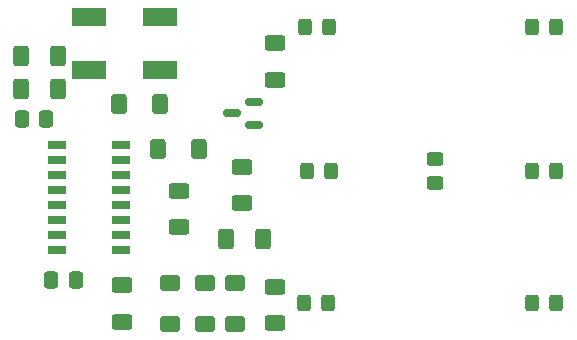
<source format=gbr>
%TF.GenerationSoftware,KiCad,Pcbnew,8.0.1*%
%TF.CreationDate,2024-04-22T11:34:39+02:00*%
%TF.ProjectId,wuerfel,77756572-6665-46c2-9e6b-696361645f70,rev?*%
%TF.SameCoordinates,Original*%
%TF.FileFunction,Paste,Top*%
%TF.FilePolarity,Positive*%
%FSLAX46Y46*%
G04 Gerber Fmt 4.6, Leading zero omitted, Abs format (unit mm)*
G04 Created by KiCad (PCBNEW 8.0.1) date 2024-04-22 11:34:39*
%MOMM*%
%LPD*%
G01*
G04 APERTURE LIST*
G04 Aperture macros list*
%AMRoundRect*
0 Rectangle with rounded corners*
0 $1 Rounding radius*
0 $2 $3 $4 $5 $6 $7 $8 $9 X,Y pos of 4 corners*
0 Add a 4 corners polygon primitive as box body*
4,1,4,$2,$3,$4,$5,$6,$7,$8,$9,$2,$3,0*
0 Add four circle primitives for the rounded corners*
1,1,$1+$1,$2,$3*
1,1,$1+$1,$4,$5*
1,1,$1+$1,$6,$7*
1,1,$1+$1,$8,$9*
0 Add four rect primitives between the rounded corners*
20,1,$1+$1,$2,$3,$4,$5,0*
20,1,$1+$1,$4,$5,$6,$7,0*
20,1,$1+$1,$6,$7,$8,$9,0*
20,1,$1+$1,$8,$9,$2,$3,0*%
G04 Aperture macros list end*
%ADD10R,3.000000X1.500000*%
%ADD11R,1.525000X0.650000*%
%ADD12RoundRect,0.150000X0.587500X0.150000X-0.587500X0.150000X-0.587500X-0.150000X0.587500X-0.150000X0*%
%ADD13RoundRect,0.250000X-0.625000X0.400000X-0.625000X-0.400000X0.625000X-0.400000X0.625000X0.400000X0*%
%ADD14RoundRect,0.250000X-0.325000X-0.450000X0.325000X-0.450000X0.325000X0.450000X-0.325000X0.450000X0*%
%ADD15RoundRect,0.250000X0.325000X0.450000X-0.325000X0.450000X-0.325000X-0.450000X0.325000X-0.450000X0*%
%ADD16RoundRect,0.250000X0.625000X-0.400000X0.625000X0.400000X-0.625000X0.400000X-0.625000X-0.400000X0*%
%ADD17RoundRect,0.250000X0.450000X-0.325000X0.450000X0.325000X-0.450000X0.325000X-0.450000X-0.325000X0*%
%ADD18RoundRect,0.250000X0.337500X0.475000X-0.337500X0.475000X-0.337500X-0.475000X0.337500X-0.475000X0*%
%ADD19RoundRect,0.250000X0.400000X0.625000X-0.400000X0.625000X-0.400000X-0.625000X0.400000X-0.625000X0*%
%ADD20RoundRect,0.250000X-0.600000X0.400000X-0.600000X-0.400000X0.600000X-0.400000X0.600000X0.400000X0*%
%ADD21RoundRect,0.250000X0.400000X0.600000X-0.400000X0.600000X-0.400000X-0.600000X0.400000X-0.600000X0*%
%ADD22RoundRect,0.250000X-0.337500X-0.475000X0.337500X-0.475000X0.337500X0.475000X-0.337500X0.475000X0*%
G04 APERTURE END LIST*
D10*
%TO.C,SW1*%
X199175009Y-48750000D03*
X205175009Y-48750000D03*
X199175009Y-53250000D03*
X205175009Y-53250000D03*
%TD*%
D11*
%TO.C,IC1*%
X201848000Y-68453000D03*
X201848000Y-67183000D03*
X201848000Y-65913000D03*
X201848000Y-64643000D03*
X201848000Y-63373000D03*
X201848000Y-62103000D03*
X201848000Y-60833000D03*
X201848000Y-59563000D03*
X196424000Y-59563000D03*
X196424000Y-60833000D03*
X196424000Y-62103000D03*
X196424000Y-63373000D03*
X196424000Y-64643000D03*
X196424000Y-65913000D03*
X196424000Y-67183000D03*
X196424000Y-68453000D03*
%TD*%
D12*
%TO.C,Q1*%
X213146626Y-57863296D03*
X213146626Y-55963296D03*
X211271626Y-56913296D03*
%TD*%
D13*
%TO.C,R1*%
X212090000Y-61442000D03*
X212090000Y-64542000D03*
%TD*%
D14*
%TO.C,D6*%
X217373827Y-72939173D03*
X219423827Y-72939173D03*
%TD*%
D15*
%TO.C,D9*%
X238727827Y-72939173D03*
X236677827Y-72939173D03*
%TD*%
D14*
%TO.C,D4*%
X217452327Y-49571173D03*
X219502327Y-49571173D03*
%TD*%
D13*
%TO.C,R8*%
X214884000Y-71602000D03*
X214884000Y-74702000D03*
%TD*%
D16*
%TO.C,R6*%
X206756000Y-66574000D03*
X206756000Y-63474000D03*
%TD*%
D17*
%TO.C,D10*%
X228431827Y-62788173D03*
X228431827Y-60738173D03*
%TD*%
D18*
%TO.C,C2*%
X195537500Y-57404000D03*
X193462500Y-57404000D03*
%TD*%
D15*
%TO.C,D5*%
X219677827Y-61763173D03*
X217627827Y-61763173D03*
%TD*%
D19*
%TO.C,R7*%
X213894000Y-67564000D03*
X210794000Y-67564000D03*
%TD*%
D20*
%TO.C,D15*%
X209000000Y-71250000D03*
X209000000Y-74750000D03*
%TD*%
D19*
%TO.C,R3*%
X196550000Y-54864000D03*
X193450000Y-54864000D03*
%TD*%
%TO.C,R4*%
X196550000Y-52070000D03*
X193450000Y-52070000D03*
%TD*%
D13*
%TO.C,R5*%
X214884000Y-50950000D03*
X214884000Y-54050000D03*
%TD*%
D20*
%TO.C,D16*%
X211507969Y-71269008D03*
X211507969Y-74769008D03*
%TD*%
D15*
%TO.C,D8*%
X238727827Y-61763173D03*
X236677827Y-61763173D03*
%TD*%
%TO.C,D7*%
X238727827Y-49571173D03*
X236677827Y-49571173D03*
%TD*%
D16*
%TO.C,R2*%
X202000000Y-74550000D03*
X202000000Y-71450000D03*
%TD*%
D21*
%TO.C,D13*%
X208506000Y-59944000D03*
X205006000Y-59944000D03*
%TD*%
D20*
%TO.C,D14*%
X206000000Y-71250000D03*
X206000000Y-74750000D03*
%TD*%
D22*
%TO.C,C1*%
X195962500Y-71000000D03*
X198037500Y-71000000D03*
%TD*%
D21*
%TO.C,D17*%
X205204000Y-56134000D03*
X201704000Y-56134000D03*
%TD*%
M02*

</source>
